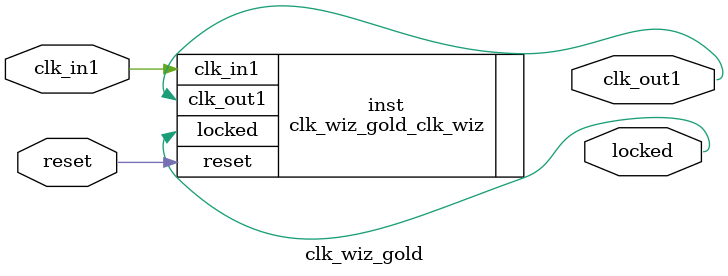
<source format=v>


`timescale 1ps/1ps

(* CORE_GENERATION_INFO = "clk_wiz_gold,clk_wiz_v6_0_1_0_0,{component_name=clk_wiz_gold,use_phase_alignment=true,use_min_o_jitter=false,use_max_i_jitter=false,use_dyn_phase_shift=false,use_inclk_switchover=false,use_dyn_reconfig=false,enable_axi=0,feedback_source=FDBK_AUTO,PRIMITIVE=MMCM,num_out_clk=1,clkin1_period=40.000,clkin2_period=10.0,use_power_down=false,use_reset=true,use_locked=true,use_inclk_stopped=false,feedback_type=SINGLE,CLOCK_MGR_TYPE=NA,manual_override=false}" *)

module clk_wiz_gold 
 (
  // Clock out ports
  output        clk_out1,
  // Status and control signals
  input         reset,
  output        locked,
 // Clock in ports
  input         clk_in1
 );

  clk_wiz_gold_clk_wiz inst
  (
  // Clock out ports  
  .clk_out1(clk_out1),
  // Status and control signals               
  .reset(reset), 
  .locked(locked),
 // Clock in ports
  .clk_in1(clk_in1)
  );

endmodule

</source>
